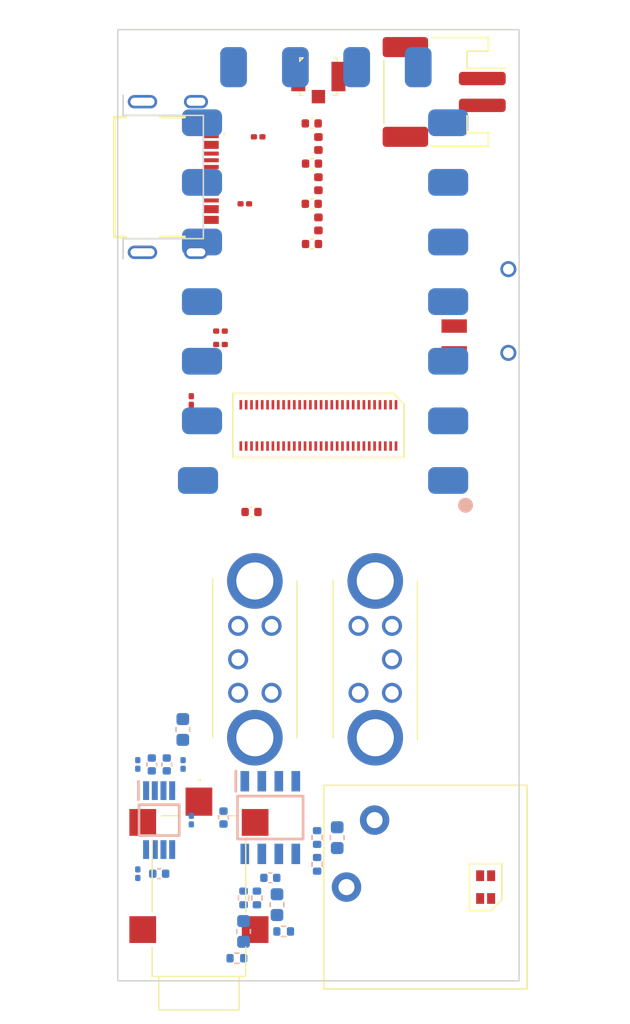
<source format=kicad_pcb>
(kicad_pcb (version 20221018) (generator pcbnew)
  (layers (0 "F.Cu" signal) (31 "B.Cu" signal) (34 "B.Paste" user) (35 "F.Paste" user) (36 "B.SilkS" user "B.Silkscreen") (37 "F.SilkS" user "F.Silkscreen") (38 "B.Mask" user) (39 "F.Mask" user) (44 "Edge.Cuts" user))
  (net 0 "")
  (net 1 "/AUDIO_IN")
  (net 2 "Net-(C402-Pad2)")
  (net 3 "GND")
  (net 4 "/AMP_BYPASS")
  (net 5 "/SPK_AMP_VIN+")
  (net 6 "+3V3")
  (net 7 "/MIC_AMP_+")
  (net 8 "/MIC")
  (net 9 "/MIC_AMP_-")
  (net 10 "/MIC_AMP_OUT")
  (net 11 "Net-(C403-Pad2)")
  (net 12 "/MIC_AMPED")
  (net 13 "/VSYS")
  (net 14 "/VHF_ANT_OUT")
  (net 15 "Net-(J400-ant)")
  (net 16 "Net-(C500-Pad2)")
  (net 17 "Net-(C603-Pad1)")
  (net 18 "/LED_DATA")
  (net 19 "/AMP_SHUTDOWN")
  (net 20 "/SPK_AMP_IN")
  (net 21 "/SPEAKER")
  (net 22 "/SPK_AMP_OUT_-")
  (net 26 "VBUS")
  (net 28 "/D+")
  (net 29 "/D-")
  (net 30 "Net-(J100-CC1)")
  (net 32 "Net-(J100-CC2)")
  (net 34 "/EXT_PTT")
  (net 35 "/EXT_MIC_DET")
  (net 36 "Net-(J102-Pin_1)")
  (net 39 "/VBAT")
  (net 40 "/TX_POWER")
  (net 41 "/POWERDOWN")
  (net 42 "/SQ")
  (net 43 "/L_A")
  (net 44 "/L_B")
  (net 45 "/L_PB")
  (net 46 "/R_A")
  (net 47 "/R_B")
  (net 48 "/R_PB")
  (net 50 "/PB_PTT")
  (net 54 "/PTT")
  (net 74 "/VHF_PTT")
  (net 76 "/VHF_RX")
  (net 77 "/VHF_TX")
  (footprint "Resistor_SMD:R_0201_0603Metric" (layer "F.Cu") (at 95.5 83.68 90)
    (fp_text reference "R400" hide)
    (fp_text value "5k1")
    (pad "1" smd roundrect (at -0.32 0 90) (size 0.46 0.4) (layers "F.Cu" "F.Mask") (net 41 "/POWERDOWN"))
    (pad "2" smd roundrect (at 0.32 0 90) (size 0.46 0.4) (layers "F.Cu" "F.Mask") (net 6 "+3V3"))
  )
  (footprint "Resistor_SMD:R_0201_0603Metric" (layer "F.Cu") (at 99.5 69)
    (fp_text reference "R101" hide)
    (fp_text value "5k1")
    (pad "1" smd roundrect (at -0.32 0) (size 0.46 0.4) (layers "F.Cu" "F.Mask") (net 32 "Net-(J100-CC2)"))
    (pad "2" smd roundrect (at 0.32 0) (size 0.46 0.4) (layers "F.Cu" "F.Mask") (net 3 "GND"))
  )
  (footprint "Component_lib:PSoM_ESP32S2_00" (layer "F.Cu") (at 105 85.55)
    (fp_text reference "J200" hide)
    (fp_text value "PSoM_ESP32S2_Carrier_Board")
    (fp_line (start -6.4 -2.4) (end 5.6 -2.4) (stroke (width 0.12)) (layer "F.SilkS"))
    (fp_line (start -6.4 2.38) (end -6.4 -2.4) (stroke (width 0.12)) (layer "F.SilkS"))
    (fp_line (start 5.6 -2.4) (end 6.4 -1.6) (stroke (width 0.12)) (layer "F.SilkS"))
    (fp_line (start 6.4 -1.6) (end 6.4 2.38) (stroke (width 0.12)) (layer "F.SilkS"))
    (fp_line (start 6.4 2.38) (end -6.4 2.38) (stroke (width 0.12)) (layer "F.SilkS"))
    (pad "1" smd rect (at 5.8 -1.55 180) (size 0.2 0.7) (layers "F.Cu" "F.Paste" "F.Mask") (net 3 "GND"))
    (pad "2" smd rect (at 5.8 1.53 180) (size 0.2 0.7) (layers "F.Cu" "F.Paste" "F.Mask") (net 3 "GND"))
    (pad "3" smd rect (at 5.4 -1.55 180) (size 0.2 0.7) (layers "F.Cu" "F.Paste" "F.Mask"))
    (pad "4" smd rect (at 5.4 1.53 180) (size 0.2 0.7) (layers "F.Cu" "F.Paste" "F.Mask"))
    (pad "5" smd rect (at 5 -1.55 180) (size 0.2 0.7) (layers "F.Cu" "F.Paste" "F.Mask"))
    (pad "6" smd rect (at 5 1.53 180) (size 0.2 0.7) (layers "F.Cu" "F.Paste" "F.Mask") (net 39 "/VBAT"))
    (pad "7" smd rect (at 4.6 -1.55 180) (size 0.2 0.7) (layers "F.Cu" "F.Paste" "F.Mask") (net 18 "/LED_DATA"))
    (pad "8" smd rect (at 4.6 1.53 180) (size 0.2 0.7) (layers "F.Cu" "F.Paste" "F.Mask") (net 39 "/VBAT"))
    (pad "9" smd rect (at 4.2 -1.55 180) (size 0.2 0.7) (layers "F.Cu" "F.Paste" "F.Mask") (net 40 "/TX_POWER"))
    (pad "10" smd rect (at 4.2 1.53 180) (size 0.2 0.7) (layers "F.Cu" "F.Paste" "F.Mask") (net 26 "VBUS"))
    (pad "11" smd rect (at 3.8 -1.55 180) (size 0.2 0.7) (layers "F.Cu" "F.Paste" "F.Mask") (net 41 "/POWERDOWN"))
    (pad "12" smd rect (at 3.8 1.53 180) (size 0.2 0.7) (layers "F.Cu" "F.Paste" "F.Mask") (net 26 "VBUS"))
    (pad "13" smd rect (at 3.4 -1.55 180) (size 0.2 0.7) (layers "F.Cu" "F.Paste" "F.Mask") (net 42 "/SQ"))
    (pad "14" smd rect (at 3.4 1.53 180) (size 0.2 0.7) (layers "F.Cu" "F.Paste" "F.Mask") (net 13 "/VSYS"))
    (pad "15" smd rect (at 3 -1.55 180) (size 0.2 0.7) (layers "F.Cu" "F.Paste" "F.Mask") (net 43 "/L_A"))
    (pad "16" smd rect (at 3 1.53 180) (size 0.2 0.7) (layers "F.Cu" "F.Paste" "F.Mask") (net 13 "/VSYS"))
    (pad "17" smd rect (at 2.6 -1.55 180) (size 0.2 0.7) (layers "F.Cu" "F.Paste" "F.Mask") (net 44 "/L_B"))
    (pad "18" smd rect (at 2.6 1.53 180) (size 0.2 0.7) (layers "F.Cu" "F.Paste" "F.Mask") (net 6 "+3V3"))
    (pad "19" smd rect (at 2.2 -1.55 180) (size 0.2 0.7) (layers "F.Cu" "F.Paste" "F.Mask") (net 45 "/L_PB"))
    (pad "20" smd rect (at 2.2 1.53 180) (size 0.2 0.7) (layers "F.Cu" "F.Paste" "F.Mask") (net 6 "+3V3"))
    (pad "21" smd rect (at 1.8 -1.55 180) (size 0.2 0.7) (layers "F.Cu" "F.Paste" "F.Mask") (net 46 "/R_A"))
    (pad "22" smd rect (at 1.8 1.53 180) (size 0.2 0.7) (layers "F.Cu" "F.Paste" "F.Mask") (net 3 "GND"))
    (pad "23" smd rect (at 1.4 -1.55 180) (size 0.2 0.7) (layers "F.Cu" "F.Paste" "F.Mask") (net 47 "/R_B"))
    (pad "24" smd rect (at 1.4 1.53 180) (size 0.2 0.7) (layers "F.Cu" "F.Paste" "F.Mask") (net 3 "GND"))
    (pad "25" smd rect (at 1 -1.55 180) (size 0.2 0.7) (layers "F.Cu" "F.Paste" "F.Mask") (net 48 "/R_PB"))
    (pad "26" smd rect (at 1 1.53 180) (size 0.2 0.7) (layers "F.Cu" "F.Paste" "F.Mask"))
    (pad "27" smd rect (at 0.6 -1.55 180) (size 0.2 0.7) (layers "F.Cu" "F.Paste" "F.Mask") (net 50 "/PB_PTT"))
    (pad "28" smd rect (at 0.6 1.53 180) (size 0.2 0.7) (layers "F.Cu" "F.Paste" "F.Mask"))
    (pad "29" smd rect (at 0.2 -1.55 180) (size 0.2 0.7) (layers "F.Cu" "F.Paste" "F.Mask") (net 35 "/EXT_MIC_DET"))
    (pad "30" smd rect (at 0.2 1.53 180) (size 0.2 0.7) (layers "F.Cu" "F.Paste" "F.Mask"))
    (pad "31" smd rect (at -0.2 -1.55 180) (size 0.2 0.7) (layers "F.Cu" "F.Paste" "F.Mask") (net 34 "/EXT_PTT"))
    (pad "32" smd rect (at -0.2 1.53 180) (size 0.2 0.7) (layers "F.Cu" "F.Paste" "F.Mask"))
    (pad "33" smd rect (at -0.6 -1.55 180) (size 0.2 0.7) (layers "F.Cu" "F.Paste" "F.Mask") (net 54 "/PTT"))
    (pad "34" smd rect (at -0.6 1.53 180) (size 0.2 0.7) (layers "F.Cu" "F.Paste" "F.Mask"))
    (pad "35" smd rect (at -1 -1.55 180) (size 0.2 0.7) (layers "F.Cu" "F.Paste" "F.Mask") (net 8 "/MIC"))
    (pad "36" smd rect (at -1 1.53 180) (size 0.2 0.7) (layers "F.Cu" "F.Paste" "F.Mask"))
    (pad "37" smd rect (at -1.4 -1.55 180) (size 0.2 0.7) (layers "F.Cu" "F.Paste" "F.Mask") (net 1 "/AUDIO_IN"))
    (pad "38" smd rect (at -1.4 1.53 180) (size 0.2 0.7) (layers "F.Cu" "F.Paste" "F.Mask"))
    (pad "39" smd rect (at -1.8 -1.55 180) (size 0.2 0.7) (layers "F.Cu" "F.Paste" "F.Mask"))
    (pad "40" smd rect (at -1.8 1.53 180) (size 0.2 0.7) (layers "F.Cu" "F.Paste" "F.Mask"))
    (pad "41" smd rect (at -2.2 -1.55 180) (size 0.2 0.7) (layers "F.Cu" "F.Paste" "F.Mask") (net 3 "GND"))
    (pad "42" smd rect (at -2.2 1.53 180) (size 0.2 0.7) (layers "F.Cu" "F.Paste" "F.Mask"))
    (pad "43" smd rect (at -2.6 -1.55 180) (size 0.2 0.7) (layers "F.Cu" "F.Paste" "F.Mask"))
    (pad "44" smd rect (at -2.6 1.53 180) (size 0.2 0.7) (layers "F.Cu" "F.Paste" "F.Mask"))
    (pad "45" smd rect (at -3 -1.55 180) (size 0.2 0.7) (layers "F.Cu" "F.Paste" "F.Mask"))
    (pad "46" smd rect (at -3 1.53 180) (size 0.2 0.7) (layers "F.Cu" "F.Paste" "F.Mask"))
    (pad "47" smd rect (at -3.4 -1.55 180) (size 0.2 0.7) (layers "F.Cu" "F.Paste" "F.Mask"))
    (pad "48" smd rect (at -3.4 1.53 180) (size 0.2 0.7) (layers "F.Cu" "F.Paste" "F.Mask"))
    (pad "49" smd rect (at -3.8 -1.55 180) (size 0.2 0.7) (layers "F.Cu" "F.Paste" "F.Mask"))
    (pad "50" smd rect (at -3.8 1.53 180) (size 0.2 0.7) (layers "F.Cu" "F.Paste" "F.Mask"))
    (pad "51" smd rect (at -4.2 -1.55 180) (size 0.2 0.7) (layers "F.Cu" "F.Paste" "F.Mask"))
    (pad "52" smd rect (at -4.2 1.53 180) (size 0.2 0.7) (layers "F.Cu" "F.Paste" "F.Mask"))
    (pad "53" smd rect (at -4.6 -1.55 180) (size 0.2 0.7) (layers "F.Cu" "F.Paste" "F.Mask"))
    (pad "54" smd rect (at -4.6 1.53 180) (size 0.2 0.7) (layers "F.Cu" "F.Paste" "F.Mask") (net 3 "GND"))
    (pad "55" smd rect (at -5 -1.55 180) (size 0.2 0.7) (layers "F.Cu" "F.Paste" "F.Mask"))
    (pad "56" smd rect (at -5 1.53 180) (size 0.2 0.7) (layers "F.Cu" "F.Paste" "F.Mask") (net 28 "/D+"))
    (pad "57" smd rect (at -5.4 -1.55 180) (size 0.2 0.7) (layers "F.Cu" "F.Paste" "F.Mask"))
    (pad "58" smd rect (at -5.4 1.53 180) (size 0.2 0.7) (layers "F.Cu" "F.Paste" "F.Mask") (net 29 "/D-"))
    (pad "59" smd rect (at -5.8 -1.55 180) (size 0.2 0.7) (layers "F.Cu" "F.Paste" "F.Mask") (net 3 "GND"))
    (pad "60" smd rect (at -5.8 1.53 180) (size 0.2 0.7) (layers "F.Cu" "F.Paste" "F.Mask") (net 3 "GND"))
  )
  (footprint "Capacitor_SMD:C_0402_1005Metric" (layer "F.Cu") (at 100 92 180)
    (fp_text reference "C400" hide)
    (fp_text value "100n")
    (fp_line (start -0.107836 -0.36) (end 0.107836 -0.36) (stroke (width 0.12)) (layer "F.SilkS"))
    (fp_line (start -0.107836 0.36) (end 0.107836 0.36) (stroke (width 0.12)) (layer "F.SilkS"))
    (pad "1" smd roundrect (at -0.48 0 180) (size 0.56 0.62) (layers "F.Cu" "F.Paste" "F.Mask") (net 3 "GND"))
    (pad "2" smd roundrect (at 0.48 0 180) (size 0.56 0.62) (layers "F.Cu" "F.Paste" "F.Mask") (net 13 "/VSYS"))
  )
  (footprint "Capacitor_SMD:C_0402_1005Metric" (layer "F.Cu") (at 104.52 66.000001)
    (fp_text reference "C403" hide)
    (fp_text value "36p")
    (fp_line (start -0.107836 -0.36) (end 0.107836 -0.36) (stroke (width 0.12)) (layer "F.SilkS"))
    (fp_line (start -0.107836 0.36) (end 0.107836 0.36) (stroke (width 0.12)) (layer "F.SilkS"))
    (pad "1" smd roundrect (at -0.48 0) (size 0.56 0.62) (layers "F.Cu" "F.Paste" "F.Mask") (net 3 "GND"))
    (pad "2" smd roundrect (at 0.48 0) (size 0.56 0.62) (layers "F.Cu" "F.Paste" "F.Mask") (net 11 "Net-(C403-Pad2)"))
  )
  (footprint "Component_lib:ACZ11BR1E15FA120C" (layer "F.Cu") (at 99 100.5 -90)
    (fp_text reference "SW301" hide)
    (fp_text value "ACZ11BR1E-15FA1-20C" hide)
    (fp_line (start -3.5 1.9) (end 8.35 1.9) (stroke (width 0.1)) (layer "F.SilkS"))
    (fp_line (start 8.35 -4.4) (end -3.35 -4.4) (stroke (width 0.1)) (layer "F.SilkS"))
    (pad "A1" thru_hole circle (at 0 0 270) (size 1.5 1.5) (drill 1) (layers "*.Cu" "*.Mask"))
    (pad "B1" thru_hole circle (at 5 0 270) (size 1.5 1.5) (drill 1) (layers "*.Cu" "*.Mask"))
    (pad "C1" thru_hole circle (at 2.5 0 270) (size 1.5 1.5) (drill 1) (layers "*.Cu" "*.Mask"))
    (pad "MH1" thru_hole circle (at -3.35 -1.25 270) (size 4.155 4.155) (drill 2.77) (layers "*.Cu" "*.Mask"))
    (pad "MH2" thru_hole circle (at 8.35 -1.25 270) (size 4.155 4.155) (drill 2.77) (layers "*.Cu" "*.Mask"))
    (pad "S1" thru_hole circle (at 0 -2.5 270) (size 1.5 1.5) (drill 1) (layers "*.Cu" "*.Mask") (net 48 "/R_PB"))
    (pad "S2" thru_hole circle (at 5 -2.5 270) (size 1.5 1.5) (drill 1) (layers "*.Cu" "*.Mask") (net 3 "GND"))
  )
  (footprint "Component_lib:USB4510031A" (layer "F.Cu") (at 93 67 -90)
    (fp_text reference "J100" hide)
    (fp_text value "USB4510-03-1-A" hide)
    (fp_line (start -4.47 -2) (end -4.47 -0.2) (stroke (width 0.2)) (layer "F.SilkS"))
    (fp_line (start -4.47 3.25) (end -4.47 2.4) (stroke (width 0.2)) (layer "F.SilkS"))
    (fp_line (start -3.2 -5) (end -3.2 -5) (stroke (width 0.1)) (layer "F.SilkS"))
    (fp_line (start -3.2 -4.9) (end -3.2 -4.9) (stroke (width 0.1)) (layer "F.SilkS"))
    (fp_line (start 4.47 -2) (end 4.47 -0.2) (stroke (width 0.2)) (layer "F.SilkS"))
    (fp_line (start 4.47 2.4) (end 4.47 3.25) (stroke (width 0.2)) (layer "F.SilkS"))
    (fp_line (start 4.47 3.25) (end -4.47 3.25) (stroke (width 0.2)) (layer "F.SilkS"))
    (fp_arc (start -3.2 -5) (mid -3.15 -4.95) (end -3.2 -4.9) (stroke (width 0.1)) (layer "F.SilkS"))
    (fp_arc (start -3.2 -4.9) (mid -3.25 -4.95) (end -3.2 -5) (stroke (width 0.1)) (layer "F.SilkS"))
    (fp_line (start -4.6 -3.4) (end 4.6 -3.4) (stroke (width 0.12)) (layer "Edge.Cuts"))
    (fp_line (start -4.6 2.6) (end -6.1 2.6) (stroke (width 0.12)) (layer "Edge.Cuts"))
    (fp_line (start -4.6 2.6) (end -4.6 -3.4) (stroke (width 0.12)) (layer "Edge.Cuts"))
    (fp_line (start 4.6 -3.4) (end 4.6 2.6) (stroke (width 0.12)) (layer "Edge.Cuts"))
    (fp_line (start 4.6 2.6) (end 6.1 2.6) (stroke (width 0.12)) (layer "Edge.Cuts"))
    (pad "A1" smd rect (at -3.2 -4 270) (size 0.6 1.1) (layers "F.Cu" "F.Paste" "F.Mask") (net 3 "GND"))
    (pad "A4" smd rect (at -2.4 -4 270) (size 0.6 1.1) (layers "F.Cu" "F.Paste" "F.Mask") (net 26 "VBUS"))
    (pad "A5" smd rect (at -1.25 -4 270) (size 0.3 1.1) (layers "F.Cu" "F.Paste" "F.Mask") (net 30 "Net-(J100-CC1)"))
    (pad "A6" smd rect (at -0.25 -4 270) (size 0.3 1.1) (layers "F.Cu" "F.Paste" "F.Mask") (net 28 "/D+"))
    (pad "A7" smd rect (at 0.25 -4 270) (size 0.3 1.1) (layers "F.Cu" "F.Paste" "F.Mask") (net 29 "/D-"))
    (pad "A8" smd rect (at 1.25 -4 270) (size 0.3 1.1) (layers "F.Cu" "F.Paste" "F.Mask"))
    (pad "A9" smd rect (at 2.4 -4 270) (size 0.6 1.1) (layers "F.Cu" "F.Paste" "F.Mask") (net 26 "VBUS"))
    (pad "A12" smd rect (at 3.2 -4 270) (size 0.6 1.1) (layers "F.Cu" "F.Paste" "F.Mask") (net 3 "GND"))
    (pad "B5" smd rect (at 1.75 -4 270) (size 0.3 1.1) (layers "F.Cu" "F.Paste" "F.Mask") (net 32 "Net-(J100-CC2)"))
    (pad "B6" smd rect (at 0.75 -4 270) (size 0.3 1.1) (layers "F.Cu" "F.Paste" "F.Mask") (net 28 "/D+"))
    (pad "B7" smd rect (at -0.75 -4 270) (size 0.3 1.1) (layers "F.Cu" "F.Paste" "F.Mask") (net 29 "/D-"))
    (pad "B8" smd rect (at -1.75 -4 270) (size 0.3 1.1) (layers "F.Cu" "F.Paste" "F.Mask"))
    (pad "MH1" thru_hole oval (at -5.62 -2.85 270) (size 1 1.8) (drill oval 0.6 1.4) (layers "*.Cu" "*.Mask") (net 3 "GND"))
    (pad "MH2" thru_hole oval (at -5.62 1.15 270) (size 1 2.2) (drill oval 0.6 1.8) (layers "*.Cu" "*.Mask") (net 3 "GND"))
    (pad "MH3" thru_hole oval (at 5.62 1.15 270) (size 1 2.2) (drill oval 0.6 1.8) (layers "*.Cu" "*.Mask") (net 3 "GND"))
    (pad "MH4" thru_hole oval (at 5.62 -2.85 270) (size 1 1.8) (drill oval 0.6 1.4) (layers "*.Cu" "*.Mask") (net 3 "GND"))
  )
  (footprint "Capacitor_SMD:C_0402_1005Metric" (layer "F.Cu") (at 104.5 69)
    (fp_text reference "C402" hide)
    (fp_text value "36p")
    (fp_line (start -0.107836 -0.36) (end 0.107836 -0.36) (stroke (width 0.12)) (layer "F.SilkS"))
    (fp_line (start -0.107836 0.36) (end 0.107836 0.36) (stroke (width 0.12)) (layer "F.SilkS"))
    (pad "1" smd roundrect (at -0.48 0) (size 0.56 0.62) (layers "F.Cu" "F.Paste" "F.Mask") (net 3 "GND"))
    (pad "2" smd roundrect (at 0.48 0) (size 0.56 0.62) (layers "F.Cu" "F.Paste" "F.Mask") (net 2 "Net-(C402-Pad2)"))
  )
  (footprint "Component_lib:u.fl" (layer "F.Cu") (at 105 59.5)
    (fp_text reference "J400" hide)
    (fp_text value "U.FL-R-SMT-1_40_")
    (fp_line (start -1.397 -1.397) (end -1.397 -1.143) (stroke (width 0.1)) (layer "F.SilkS"))
    (fp_line (start -1.397 -1.143) (end -1.143 -1.397) (stroke (width 0.1)) (layer "F.SilkS"))
    (fp_line (start -1.397 1.143) (end -1.397 1.397) (stroke (width 0.1)) (layer "F.SilkS"))
    (fp_line (start -1.397 1.397) (end -1.143 1.397) (stroke (width 0.1)) (layer "F.SilkS"))
    (fp_line (start -1.143 -1.397) (end -1.397 -1.397) (stroke (width 0.1)) (layer "F.SilkS"))
    (fp_line (start 1.143 -1.397) (end 1.397 -1.397) (stroke (width 0.1)) (layer "F.SilkS"))
    (fp_line (start 1.397 -1.397) (end 1.397 -1.143) (stroke (width 0.1)) (layer "F.SilkS"))
    (fp_line (start 1.397 1.143) (end 1.397 1.397) (stroke (width 0.1)) (layer "F.SilkS"))
    (fp_line (start 1.397 1.397) (end 1.143 1.397) (stroke (width 0.1)) (layer "F.SilkS"))
    (pad "1" smd rect (at 0 1.5) (size 1 1) (layers "F.Cu" "F.Paste" "F.Mask") (net 15 "Net-(J400-ant)"))
    (pad "2" smd rect (at -1.5 0) (size 1.05 2.2) (layers "F.Cu" "F.Paste" "F.Mask") (net 3 "GND"))
    (pad "2" smd rect (at 1.5 0) (size 1.05 2.2) (layers "F.Cu" "F.Paste" "F.Mask") (net 3 "GND"))
  )
  (footprint "Resistor_SMD:R_0201_0603Metric" (layer "F.Cu") (at 97.68 79.5)
    (fp_text reference "R402" hide)
    (fp_text value "0")
    (pad "1" smd roundrect (at -0.32 0) (size 0.46 0.4) (layers "F.Cu" "F.Mask") (net 74 "/VHF_PTT"))
    (pad "2" smd roundrect (at 0.32 0) (size 0.46 0.4) (layers "F.Cu" "F.Mask") (net 34 "/EXT_PTT"))
  )
  (footprint "Component_lib:JST_PH_S2B-PH-SM4-TB_1x02-1MP_P2.00mm_Horizontal" (layer "F.Cu") (at 114.4 60.65 -90)
    (fp_text reference "J102" hide)
    (fp_text value "S2B-PH-SM4-TB")
    (fp_line (start -4.06 -3.31) (end -3.04 -3.31) (stroke (width 0.12)) (layer "F.SilkS"))
    (fp_line (start -4.06 0.94) (end -4.06 -3.31) (stroke (width 0.12)) (layer "F.SilkS"))
    (fp_line (start -3.04 -3.31) (end -3.04 -1.71) (stroke (width 0.12)) (layer "F.SilkS"))
    (fp_line (start -3.04 -1.71) (end -1.76 -1.71) (stroke (width 0.12)) (layer "F.SilkS"))
    (fp_line (start -2.34 4.51) (end 2.34 4.51) (stroke (width 0.12)) (layer "F.SilkS"))
    (fp_line (start -1.76 -1.71) (end -1.76 -4.6) (stroke (width 0.12)) (layer "F.SilkS"))
    (fp_line (start 3.04 -3.31) (end 3.04 -1.71) (stroke (width 0.12)) (layer "F.SilkS"))
    (fp_line (start 3.04 -1.71) (end 1.76 -1.71) (stroke (width 0.12)) (layer "F.SilkS"))
    (fp_line (start 4.06 -3.31) (end 3.04 -3.31) (stroke (width 0.12)) (layer "F.SilkS"))
    (fp_line (start 4.06 0.94) (end 4.06 -3.31) (stroke (width 0.12)) (layer "F.SilkS"))
    (pad "1" smd roundrect (at -1 -2.85 270) (size 1 3.5) (layers "F.Cu" "F.Paste" "F.Mask") (net 36 "Net-(J102-Pin_1)"))
    (pad "2" smd roundrect (at 1 -2.85 270) (size 1 3.5) (layers "F.Cu" "F.Paste" "F.Mask") (net 3 "GND"))
    (pad "MP" smd roundrect (at -3.35 2.9 270) (size 1.5 3.4) (layers "F.Cu" "F.Paste" "F.Mask") (roundrect_rratio 0.166667) (net 3 "GND"))
    (pad "MP" smd roundrect (at 3.35 2.9 270) (size 1.5 3.4) (layers "F.Cu" "F.Paste" "F.Mask") (roundrect_rratio 0.166667) (net 3 "GND"))
  )
  (footprint "Resistor_SMD:R_0201_0603Metric" (layer "F.Cu") (at 100.5 64)
    (fp_text reference "R100" hide)
    (fp_text value "5k1")
    (pad "1" smd roundrect (at -0.32 0) (size 0.46 0.4) (layers "F.Cu" "F.Mask") (net 30 "Net-(J100-CC1)"))
    (pad "2" smd roundrect (at 0.32 0) (size 0.46 0.4) (layers "F.Cu" "F.Mask") (net 3 "GND"))
  )
  (footprint "Component_lib:450405020524" (layer "F.Cu") (at 116.1 80.125 90)
    (fp_text reference "SW100" hide)
    (fp_text value "450405020524")
    (pad "1" smd rect (at 0 -0.95 90) (size 1 1.9) (layers "F.Cu" "F.Paste" "F.Mask") (net 39 "/VBAT"))
    (pad "2" smd rect (at 2 -0.95 90) (size 1 1.9) (layers "F.Cu" "F.Paste" "F.Mask"))
    (pad "3" smd rect (at 4 -0.95 90) (size 1 1.9) (layers "F.Cu" "F.Paste" "F.Mask") (net 36 "Net-(J102-Pin_1)"))
    (pad "MH" thru_hole circle (at 0 3.1 90) (size 1.2 1.2) (drill 0.8) (layers "*.Cu" "*.Mask"))
    (pad "MH" thru_hole circle (at 6.25 3.1 90) (size 1.2 1.2) (drill 0.8) (layers "*.Cu" "*.Mask"))
  )
  (footprint "Component_lib:ACZ11BR1E15FA120C" (layer "F.Cu") (at 110.5 105.5 90)
    (fp_text reference "SW300" hide)
    (fp_text value "ACZ11BR1E-15FA1-20C" hide)
    (fp_line (start -3.5 1.9) (end 8.35 1.9) (stroke (width 0.1)) (layer "F.SilkS"))
    (fp_line (start 8.35 -4.4) (end -3.35 -4.4) (stroke (width 0.1)) (layer "F.SilkS"))
    (pad "A1" thru_hole circle (at 0 0 90) (size 1.5 1.5) (drill 1) (layers "*.Cu" "*.Mask"))
    (pad "B1" thru_hole circle (at 5 0 90) (size 1.5 1.5) (drill 1) (layers "*.Cu" "*.Mask"))
    (pad "C1" thru_hole circle (at 2.5 0 90) (size 1.5 1.5) (drill 1) (layers "*.Cu" "*.Mask"))
    (pad "MH1" thru_hole circle (at -3.35 -1.25 90) (size 4.155 4.155) (drill 2.77) (layers "*.Cu" "*.Mask"))
    (pad "MH2" thru_hole circle (at 8.35 -1.25 90) (size 4.155 4.155) (drill 2.77) (layers "*.Cu" "*.Mask"))
    (pad "S1" thru_hole circle (at 0 -2.5 90) (size 1.5 1.5) (drill 1) (layers "*.Cu" "*.Mask") (net 45 "/L_PB"))
    (pad "S2" thru_hole circle (at 5 -2.5 90) (size 1.5 1.5) (drill 1) (layers "*.Cu" "*.Mask") (net 3 "GND"))
  )
  (footprint "Inductor_SMD:L_0402_1005Metric" (layer "F.Cu") (at 105 64.5 90)
    (fp_text reference "L402" hide)
    (fp_text value "56n")
    (pad "1" smd roundrect (at -0.485 0 90) (size 0.59 0.64) (layers "F.Cu" "F.Paste" "F.Mask") (net 11 "Net-(C403-Pad2)"))
    (pad "2" smd roundrect (at 0.485 0 90) (size 0.59 0.64) (layers "F.Cu" "F.Paste" "F.Mask") (net 15 "Net-(J400-ant)"))
  )
  (footprint "Resistor_SMD:R_0201_0603Metric" (layer "F.Cu") (at 97.68 78.5)
    (fp_text reference "R401" hide)
    (fp_text value "0")
    (pad "1" smd roundrect (at -0.32 0) (size 0.46 0.4) (layers "F.Cu" "F.Mask") (net 74 "/VHF_PTT"))
    (pad "2" smd roundrect (at 0.32 0) (size 0.46 0.4) (layers "F.Cu" "F.Mask") (net 50 "/PB_PTT"))
  )
  (footprint "Inductor_SMD:L_0402_1005Metric" (layer "F.Cu") (at 105 67.5 90)
    (fp_text reference "L401" hide)
    (fp_text value "68n")
    (pad "1" smd roundrect (at -0.485 0 90) (size 0.59 0.64) (layers "F.Cu" "F.Paste" "F.Mask") (net 2 "Net-(C402-Pad2)"))
    (pad "2" smd roundrect (at 0.485 0 90) (size 0.59 0.64) (layers "F.Cu" "F.Paste" "F.Mask") (net 11 "Net-(C403-Pad2)"))
  )
  (footprint "Component_lib:SJ23514ASMTTR" (layer "F.Cu") (at 96.07 121.3975 90)
    (fp_text reference "J101" hide)
    (fp_text value "SJ2-3514A-SMT-TR" hide)
    (fp_line (start -7.775 -3) (end -7.775 3) (stroke (width 0.1)) (layer "F.SilkS"))
    (fp_line (start -7.775 3) (end -5.275 3) (stroke (width 0.1)) (layer "F.SilkS"))
    (fp_line (start -5.275 -3.5) (end -5.275 3.5) (stroke (width 0.1)) (layer "F.SilkS"))
    (fp_line (start -5.275 -3) (end -7.775 -3) (stroke (width 0.1)) (layer "F.SilkS"))
    (fp_line (start -5.275 3.5) (end -3.075 3.5) (stroke (width 0.1)) (layer "F.SilkS"))
    (fp_line (start -3.075 -3.5) (end -5.275 -3.5) (stroke (width 0.1)) (layer "F.SilkS"))
    (fp_line (start -0.475 -3.5) (end 4.925 -3.5) (stroke (width 0.1)) (layer "F.SilkS"))
    (fp_line (start -0.475 3.5) (end 4.925 3.5) (stroke (width 0.1)) (layer "F.SilkS"))
    (fp_line (start 6.725 -2.8) (end 6.725 -1.4) (stroke (width 0.1)) (layer "F.SilkS"))
    (fp_line (start 6.725 1.4) (end 6.725 2.8) (stroke (width 0.1)) (layer "F.SilkS"))
    (fp_line (start 9.4 0) (end 9.4 0) (stroke (width 0.1)) (layer "F.SilkS"))
    (fp_line (start 9.4 0.1) (end 9.4 0.1) (stroke (width 0.1)) (layer "F.SilkS"))
    (fp_arc (start 9.4 0) (mid 9.45 0.05) (end 9.4 0.1) (stroke (width 0.1)) (layer "F.SilkS"))
    (fp_arc (start 9.4 0.1) (mid 9.35 0.05) (end 9.4 0) (stroke (width 0.1)) (layer "F.SilkS"))
    (pad "" np_thru_hole circle (at -3.275 0 90) (size 1.2 1.2) (drill 1.2) (layers "*.Cu" "*.Mask"))
    (pad "" np_thru_hole circle (at 3.725 0 90) (size 1.2 1.2) (drill 1.2) (layers "*.Cu" "*.Mask"))
    (pad "1" smd rect (at 7.775 0 180) (size 2 2.1) (layers "F.Cu" "F.Paste" "F.Mask") (net 3 "GND"))
    (pad "3" smd rect (at 6.225 4.2 180) (size 2 2) (layers "F.Cu" "F.Paste" "F.Mask") (net 8 "/MIC"))
    (pad "4" smd rect (at 6.225 -4.2 180) (size 2 2) (layers "F.Cu" "F.Paste" "F.Mask") (net 21 "/SPEAKER"))
    (pad "A2" smd rect (at -1.775 -4.2 180) (size 2 2) (layers "F.Cu" "F.Paste" "F.Mask") (net 34 "/EXT_PTT"))
    (pad "B2" smd rect (at -1.775 4.2 180) (size 2 2) (layers "F.Cu" "F.Paste" "F.Mask") (net 35 "/EXT_MIC_DET"))
  )
  (footprint "Component_lib:SW_Kailh_Choc_V1" (layer "F.Cu") (at 113 120 90)
    (fp_text reference "SW302" hide)
    (fp_text value "SW_Push")
    (fp_line (start -7.6 -7.6) (end -7.6 7.6) (stroke (width 0.12)) (layer "F.SilkS"))
    (fp_line (start -7.6 7.6) (end 7.6 7.6) (stroke (width 0.12)) (layer "F.SilkS"))
    (fp_line (start 7.6 -7.6) (end -7.6 -7.6) (stroke (width 0.12)) (layer "F.SilkS"))
    (fp_line (start 7.6 7.6) (end 7.6 -7.6) (stroke (width 0.12)) (layer "F.SilkS"))
    (pad "" np_thru_hole circle (at -5.5 0 90) (size 1.9 1.9) (drill 1.9) (layers "*.Cu" "*.Mask"))
    (pad "" np_thru_hole circle (at 0 0 90) (size 3.45 3.45) (drill 3.45) (layers "*.Cu" "*.Mask"))
    (pad "" np_thru_hole circle (at 5.5 0 90) (size 1.9 1.9) (drill 1.9) (layers "*.Cu" "*.Mask"))
    (pad "1" thru_hole circle (at 0 -5.9 90) (size 2.2 2.2) (drill 1.2) (layers "*.Cu" "*.Mask") (net 3 "GND"))
    (pad "2" thru_hole circle (at 5 -3.8 90) (size 2.2 2.2) (drill 1.2) (layers "*.Cu" "*.Mask") (net 50 "/PB_PTT"))
  )
  (footprint "Capacitor_SMD:C_0402_1005Metric" (layer "F.Cu") (at 104.5 63)
    (fp_text reference "C404" hide)
    (fp_text value "20p")
    (fp_line (start -0.107836 -0.36) (end 0.107836 -0.36) (stroke (width 0.12)) (layer "F.SilkS"))
    (fp_line (start -0.107836 0.36) (end 0.107836 0.36) (stroke (width 0.12)) (layer "F.SilkS"))
    (pad "1" smd roundrect (at -0.48 0) (size 0.56 0.62) (layers "F.Cu" "F.Paste" "F.Mask") (net 3 "GND"))
    (pad "2" smd roundrect (at 0.48 0) (size 0.56 0.62) (layers "F.Cu" "F.Paste" "F.Mask") (net 15 "Net-(J400-ant)"))
  )
  (footprint "Capacitor_SMD:C_0402_1005Metric" (layer "F.Cu") (at 104.52 72)
    (fp_text reference "C401" hide)
    (fp_text value "20p")
    (fp_line (start -0.107836 -0.36) (end 0.107836 -0.36) (stroke (width 0.12)) (layer "F.SilkS"))
    (fp_line (start -0.107836 0.36) (end 0.107836 0.36) (stroke (width 0.12)) (layer "F.SilkS"))
    (pad "1" smd roundrect (at -0.48 0) (size 0.56 0.62) (layers "F.Cu" "F.Paste" "F.Mask") (net 3 "GND"))
    (pad "2" smd roundrect (at 0.48 0) (size 0.56 0.62) (layers "F.Cu" "F.Paste" "F.Mask") (net 14 "/VHF_ANT_OUT"))
  )
  (footprint "Component_lib:YF923_2020_WS2812_LED" (layer "F.Cu") (at 117.5 120 90)
    (fp_text reference "D300" hide)
    (fp_text value "YF923_2020_WS2812_LED")
    (fp_line (start -1.75 -1.21) (end 1.75 -1.21) (stroke (width 0.12)) (layer "F.SilkS"))
    (fp_line (start -1.75 0.41) (end -1.75 -1.21) (stroke (width 0.12)) (layer "F.SilkS"))
    (fp_line (start -0.95 1.21) (end -1.75 0.41) (stroke (width 0.12)) (layer "F.SilkS"))
    (fp_line (start 1.75 -1.21) (end 1.75 1.21) (stroke (width 0.12)) (layer "F.SilkS"))
    (fp_line (start 1.75 1.21) (end -0.95 1.21) (stroke (width 0.12)) (layer "F.SilkS"))
    (pad "1" smd rect (at -0.85 0.41 90) (size 0.8 0.6) (layers "F.Cu" "F.Paste" "F.Mask") (net 3 "GND"))
    (pad "2" smd rect (at 0.85 -0.41 90) (size 0.8 0.6) (layers "F.Cu" "F.Paste" "F.Mask") (net 13 "/VSYS"))
    (pad "3" smd rect (at 0.85 0.41 90) (size 0.8 0.6) (layers "F.Cu" "F.Paste" "F.Mask") (net 18 "/LED_DATA"))
    (pad "4" smd rect (at -0.85 -0.41 90) (size 0.8 0.6) (layers "F.Cu" "F.Paste" "F.Mask"))
  )
  (footprint "Inductor_SMD:L_0402_1005Metric" (layer "F.Cu") (at 105 70.5 90)
    (fp_text reference "L400" hide)
    (fp_text value "56n")
    (pad "1" smd roundrect (at -0.485 0 90) (size 0.59 0.64) (layers "F.Cu" "F.Paste" "F.Mask") (net 14 "/VHF_ANT_OUT"))
    (pad "2" smd roundrect (at 0.485 0 90) (size 0.59 0.64) (layers "F.Cu" "F.Paste" "F.Mask") (net 2 "Net-(C402-Pad2)"))
  )
  (footprint "Capacitor_SMD:C_0402_1005Metric" (layer "B.Cu") (at 93.664998 110.845 90)
    (fp_text reference "C501" hide)
    (fp_text value "10p")
    (fp_line (start -0.107836 -0.36) (end 0.107836 -0.36) (stroke (width 0.12)) (layer "B.SilkS"))
    (fp_line (start -0.107836 0.36) (end 0.107836 0.36) (stroke (width 0.12)) (layer "B.SilkS"))
    (pad "1" smd roundrect (at -0.48 0 90) (size 0.56 0.62) (layers "B.Cu" "B.Paste" "B.Mask") (net 5 "/SPK_AMP_VIN+"))
    (pad "2" smd roundrect (at 0.48 0 90) (size 0.56 0.62) (layers "B.Cu" "B.Paste" "B.Mask") (net 3 "GND"))
  )
  (footprint "Resistor_SMD:R_0402_1005Metric" (layer "B.Cu") (at 99.405 120.810048 90)
    (fp_text reference "R603" hide)
    (fp_text value "10")
    (fp_line (start -0.153641 -0.38) (end 0.153641 -0.38) (stroke (width 0.12)) (layer "B.SilkS"))
    (fp_line (start -0.153641 0.38) (end 0.153641 0.38) (stroke (width 0.12)) (layer "B.SilkS"))
    (pad "1" smd roundrect (at -0.51 0 90) (size 0.54 0.64) (layers "B.Cu" "B.Paste" "B.Mask") (net 17 "Net-(C603-Pad1)"))
    (pad "2" smd roundrect (at 0.51 0 90) (size 0.54 0.64) (layers "B.Cu" "B.Paste" "B.Mask") (net 10 "/MIC_AMP_OUT"))
  )
  (footprint "Component_lib:RF818" (layer "B.Cu") (at 96 58.5 -90)
    (fp_text reference "U400" hide)
    (fp_text value "SA868S")
    (fp_circle (center 33 -20) (end 33.5 -20) (stroke (width 0.12)) (fill solid) (layer "B.SilkS"))
    (pad "1" smd roundrect (at 31.15 -18.7 270) (size 2 3) (layers "B.Cu" "B.Paste" "B.Mask") (net 42 "/SQ"))
    (pad "2" smd roundrect (at 26.7 -18.7 270) (size 2 3) (layers "B.Cu" "B.Paste" "B.Mask"))
    (pad "3" smd roundrect (at 22.25 -18.7 270) (size 2 3) (layers "B.Cu" "B.Paste" "B.Mask") (net 1 "/AUDIO_IN"))
    (pad "4" smd roundrect (at 17.8 -18.7 270) (size 2 3) (layers "B.Cu" "B.Paste" "B.Mask"))
    (pad "5" smd roundrect (at 13.35 -18.7 270) (size 2 3) (layers "B.Cu" "B.Paste" "B.Mask") (net 74 "/VHF_PTT"))
    (pad "6" smd roundrect (at 8.9 -18.7 270) (size 2 3) (layers "B.Cu" "B.Paste" "B.Mask") (net 41 "/POWERDOWN"))
    (pad "7" smd roundrect (at 4.45 -18.7 270) (size 2 3) (layers "B.Cu" "B.Paste" "B.Mask") (net 40 "/TX_POWER"))
    (pad "8" smd roundrect (at 0.3 -16.46 270) (size 3 2) (layers "B.Cu" "B.Paste" "B.Mask") (net 13 "/VSYS"))
    (pad "9" smd roundrect (at 0.3 -11.86 270) (size 3 2) (layers "B.Cu" "B.Paste" "B.Mask") (net 3 "GND"))
    (pad "10" smd roundrect (at 0.3 -7.28 270) (size 3 2) (layers "B.Cu" "B.Paste" "B.Mask") (net 3 "GND"))
    (pad "11" smd roundrect (at 0.3 -2.66 270) (size 3 2) (layers "B.Cu" "B.Paste" "B.Mask"))
    (pad "12" smd roundrect (at 4.45 -0.3 270) (size 2 3) (layers "B.Cu" "B.Paste" "B.Mask") (net 14 "/VHF_ANT_OUT"))
    (pad "13" smd roundrect (at 8.9 -0.3 270) (size 2 3) (layers "B.Cu" "B.Paste" "B.Mask"))
    (pad "14" smd roundrect (at 13.35 -0.3 270) (size 2 3) (layers "B.Cu" "B.Paste" "B.Mask"))
    (pad "15" smd roundrect (at 17.8 -0.3 270) (size 2 3) (layers "B.Cu" "B.Paste" "B.Mask"))
    (pad "16" smd roundrect (at 22.25 -0.3 270) (size 2 3) (layers "B.Cu" "B.Paste" "B.Mask") (net 76 "/VHF_RX"))
    (pad "17" smd roundrect (at 26.7 -0.3 270) (size 2 3) (layers "B.Cu" "B.Paste" "B.Mask") (net 77 "/VHF_TX"))
    (pad "18" smd roundrect (at 31.15 0 270) (size 2 3) (layers "B.Cu" "B.Paste" "B.Mask") (net 12 "/MIC_AMPED"))
  )
  (footprint "Component_lib:SOIC127P600X175-8N" (layer "B.Cu") (at 101.404999 114.810048 -90)
    (fp_text reference "IC600" hide)
    (fp_text value "LM358D" hide)
    (fp_line (start -3.475 2.58) (end -1.95 2.58) (stroke (width 0.2)) (layer "B.SilkS"))
    (fp_line (start -1.6 -2.45) (end -1.6 2.45) (stroke (width 0.2)) (layer "B.SilkS"))
    (fp_line (start -1.6 2.45) (end 1.6 2.45) (stroke (width 0.2)) (layer "B.SilkS"))
    (fp_line (start 1.6 -2.45) (end -1.6 -2.45) (stroke (width 0.2)) (layer "B.SilkS"))
    (fp_line (start 1.6 2.45) (end 1.6 -2.45) (stroke (width 0.2)) (layer "B.SilkS"))
    (pad "1" smd rect (at -2.712 1.905 180) (size 0.65 1.525) (layers "B.Cu" "B.Paste" "B.Mask"))
    (pad "2" smd rect (at -2.712 0.635 180) (size 0.65 1.525) (layers "B.Cu" "B.Paste" "B.Mask"))
    (pad "3" smd rect (at -2.712 -0.635 180) (size 0.65 1.525) (layers "B.Cu" "B.Paste" "B.Mask"))
    (pad "4" smd rect (at -2.712 -1.905 180) (size 0.65 1.525) (layers "B.Cu" "B.Paste" "B.Mask") (net 3 "GND"))
    (pad "5" smd rect (at 2.712 -1.905 180) (size 0.65 1.525) (layers "B.Cu" "B.Paste" "B.Mask") (net 7 "/MIC_AMP_+"))
    (pad "6" smd rect (at 2.712 -0.635 180) (size 0.65 1.525) (layers "B.Cu" "B.Paste" "B.Mask") (net 9 "/MIC_AMP_-"))
    (pad "7" smd rect (at 2.712 0.635 180) (size 0.65 1.525) (layers "B.Cu" "B.Paste" "B.Mask") (net 10 "/MIC_AMP_OUT"))
    (pad "8" smd rect (at 2.712 1.905 180) (size 0.65 1.525) (layers "B.Cu" "B.Paste" "B.Mask") (net 6 "+3V3"))
  )
  (footprint "Capacitor_SMD:C_0402_1005Metric" (layer "B.Cu") (at 97.905 114.810048 -90)
    (fp_text reference "C604" hide)
    (fp_text value "100n")
    (fp_line (start -0.107836 -0.36) (end 0.107836 -0.36) (stroke (width 0.12)) (layer "B.SilkS"))
    (fp_line (start -0.107836 0.36) (end 0.107836 0.36) (stroke (width 0.12)) (layer "B.SilkS"))
    (pad "1" smd roundrect (at -0.48 0 270) (size 0.56 0.62) (layers "B.Cu" "B.Paste" "B.Mask") (net 3 "GND"))
    (pad "2" smd roundrect (at 0.48 0 270) (size 0.56 0.62) (layers "B.Cu" "B.Paste" "B.Mask") (net 6 "+3V3"))
  )
  (footprint "Capacitor_SMD:C_0603_1608Metric" (layer "B.Cu") (at 101.905 121.310048 90)
    (fp_text reference "C601" hide)
    (fp_text value "4u7")
    (fp_line (start -0.14058 -0.51) (end 0.14058 -0.51) (stroke (width 0.12)) (layer "B.SilkS"))
    (fp_line (start -0.14058 0.51) (end 0.14058 0.51) (stroke (width 0.12)) (layer "B.SilkS"))
    (pad "1" smd roundrect (at -0.775 0 90) (size 0.9 0.95) (layers "B.Cu" "B.Paste" "B.Mask") (net 8 "/MIC"))
    (pad "2" smd roundrect (at 0.775 0 90) (size 0.9 0.95) (layers "B.Cu" "B.Paste" "B.Mask") (net 9 "/MIC_AMP_-"))
  )
  (footprint "Resistor_SMD:R_0201_0603Metric" (layer "B.Cu") (at 91.499998 119.000001 -90)
    (fp_text reference "R503" hide)
    (fp_text value "0")
    (pad "1" smd roundrect (at -0.32 0 270) (size 0.46 0.4) (layers "B.Cu" "B.Mask") (net 22 "/SPK_AMP_OUT_-"))
    (pad "2" smd roundrect (at 0.32 0 270) (size 0.46 0.4) (layers "B.Cu" "B.Mask") (net 3 "GND"))
  )
  (footprint "Resistor_SMD:R_0201_0603Metric" (layer "B.Cu") (at 95.499999 115 -90)
    (fp_text reference "R500" hide)
    (fp_text value "20k")
    (pad "1" smd roundrect (at -0.32 0 270) (size 0.46 0.4) (layers "B.Cu" "B.Mask") (net 20 "/SPK_AMP_IN"))
    (pad "2" smd roundrect (at 0.32 0 270) (size 0.46 0.4) (layers "B.Cu" "B.Mask") (net 21 "/SPEAKER"))
  )
  (footprint "Resistor_SMD:R_0402_1005Metric" (layer "B.Cu") (at 102.405 123.310048)
    (fp_text reference "R602" hide)
    (fp_text value "6k")
    (fp_line (start -0.153641 -0.38) (end 0.153641 -0.38) (stroke (width 0.12)) (layer "B.SilkS"))
    (fp_line (start -0.153641 0.38) (end 0.153641 0.38) (stroke (width 0.12)) (layer "B.SilkS"))
    (pad "1" smd roundrect (at -0.51 0) (size 0.54 0.64) (layers "B.Cu" "B.Paste" "B.Mask") (net 8 "/MIC"))
    (pad "2" smd roundrect (at 0.51 0) (size 0.54 0.64) (layers "B.Cu" "B.Paste" "B.Mask") (net 6 "+3V3"))
  )
  (footprint "Capacitor_SMD:C_0402_1005Metric" (layer "B.Cu") (at 93.099998 119)
    (fp_text reference "C503" hide)
    (fp_text value "100n")
    (fp_line (start -0.107836 -0.36) (end 0.107836 -0.36) (stroke (width 0.12)) (layer "B.SilkS"))
    (fp_line (start -0.107836 0.36) (end 0.107836 0.36) (stroke (width 0.12)) (layer "B.SilkS"))
    (pad "1" smd roundrect (at -0.48 0) (size 0.56 0.62) (layers "B.Cu" "B.Paste" "B.Mask") (net 3 "GND"))
    (pad "2" smd roundrect (at 0.48 0) (size 0.56 0.62) (layers "B.Cu" "B.Paste" "B.Mask") (net 6 "+3V3"))
  )
  (footprint "Capacitor_SMD:C_0603_1608Metric" (layer "B.Cu") (at 99.405 123.310048 -90)
    (fp_text reference "C603" hide)
    (fp_text value "2u2")
    (fp_line (start -0.14058 -0.51) (end 0.14058 -0.51) (stroke (width 0.12)) (layer "B.SilkS"))
    (fp_line (start -0.14058 0.51) (end 0.14058 0.51) (stroke (width 0.12)) (layer "B.SilkS"))
    (pad "1" smd roundrect (at -0.775 0 270) (size 0.9 0.95) (layers "B.Cu" "B.Paste" "B.Mask") (net 17 "Net-(C603-Pad1)"))
    (pad "2" smd roundrect (at 0.775 0 270) (size 0.9 0.95) (layers "B.Cu" "B.Paste" "B.Mask") (net 12 "/MIC_AMPED"))
  )
  (footprint "Resistor_SMD:R_0201_0603Metric" (layer "B.Cu") (at 94.884998 110.845 -90)
    (fp_text reference "R501" hide)
    (fp_text value "20k")
    (pad "1" smd roundrect (at -0.32 0 270) (size 0.46 0.4) (layers "B.Cu" "B.Mask") (net 16 "Net-(C500-Pad2)"))
    (pad "2" smd roundrect (at 0.32 0 270) (size 0.46 0.4) (layers "B.Cu" "B.Mask") (net 20 "/SPK_AMP_IN"))
  )
  (footprint "Resistor_SMD:R_0402_1005Metric" (layer "B.Cu") (at 104.905 118.300048 -90)
    (fp_text reference "R600" hide)
    (fp_text value "100k")
    (fp_line (start -0.153641 -0.38) (end 0.153641 -0.38) (stroke (width 0.12)) (layer "B.SilkS"))
    (fp_line (start -0.153641 0.38) (end 0.153641 0.38) (stroke (width 0.12)) (layer "B.SilkS"))
    (pad "1" smd roundrect (at -0.51 0 270) (size 0.54 0.64) (layers "B.Cu" "B.Paste" "B.Mask") (net 7 "/MIC_AMP_+"))
    (pad "2" smd roundrect (at 0.51 0 270) (size 0.54 0.64) (layers "B.Cu" "B.Paste" "B.Mask") (net 6 "+3V3"))
  )
  (footprint "Resistor_SMD:R_0402_1005Metric" (layer "B.Cu") (at 104.905 116.300048 -90)
    (fp_text reference "R601" hide)
    (fp_text value "100k")
    (fp_line (start -0.153641 -0.38) (end 0.153641 -0.38) (stroke (width 0.12)) (layer "B.SilkS"))
    (fp_line (start -0.153641 0.38) (end 0.153641 0.38) (stroke (width 0.12)) (layer "B.SilkS"))
    (pad "1" smd roundrect (at -0.51 0 270) (size 0.54 0.64) (layers "B.Cu" "B.Paste" "B.Mask") (net 3 "GND"))
    (pad "2" smd roundrect (at 0.51 0 270) (size 0.54 0.64) (layers "B.Cu" "B.Paste" "B.Mask") (net 7 "/MIC_AMP_+"))
  )
  (footprint "Component_lib:SOP65P490X110-8N" (layer "B.Cu") (at 93.094998 115 -90)
    (fp_text reference "IC500" hide)
    (fp_text value "LM4871MMX_NOPB" hide)
    (fp_line (start -2.9 1.55) (end -1.5 1.55) (stroke (width 0.2)) (layer "B.SilkS"))
    (fp_line (start -1.15 -1.5) (end -1.15 1.5) (stroke (width 0.2)) (layer "B.SilkS"))
    (fp_line (start -1.15 1.5) (end 1.15 1.5) (stroke (width 0.2)) (layer "B.SilkS"))
    (fp_line (start 1.15 -1.5) (end -1.15 -1.5) (stroke (width 0.2)) (layer "B.SilkS"))
    (fp_line (start 1.15 1.5) (end 1.15 -1.5) (stroke (width 0.2)) (layer "B.SilkS"))
    (pad "1" smd rect (at -2.2 0.975 180) (size 0.45 1.4) (layers "B.Cu" "B.Paste" "B.Mask") (net 19 "/AMP_SHUTDOWN"))
    (pad "2" smd rect (at -2.2 0.325 180) (size 0.45 1.4) (layers "B.Cu" "B.Paste" "B.Mask") (net 4 "/AMP_BYPASS"))
    (pad "3" smd rect (at -2.2 -0.325 180) (size 0.45 1.4) (layers "B.Cu" "B.Paste" "B.Mask") (net 5 "/SPK_AMP_VIN+"))
    (pad "4" smd rect (at -2.2 -0.975 180) (size 0.45 1.4) (layers "B.Cu" "B.Paste" "B.Mask") (net 20 "/SPK_AMP_IN"))
    (pad "5" smd rect (at 2.2 -0.975 180) (size 0.45 1.4) (layers "B.Cu" "B.Paste" "B.Mask") (net 21 "/SPEAKER"))
    (pad "6" smd rect (at 2.2 -0.325 180) (size 0.45 1.4) (layers "B.Cu" "B.Paste" "B.Mask") (net 6 "+3V3"))
    (pad "7" smd rect (at 2.2 0.325 180) (size 0.45 1.4) (layers "B.Cu" "B.Paste" "B.Mask") (net 3 "GND"))
    (pad "8" smd rect (at 2.2 0.975 180) (size 0.45 1.4) (layers "B.Cu" "B.Paste" "B.Mask") (net 22 "/SPK_AMP_OUT_-"))
  )
  (footprint "Capacitor_SMD:C_0603_1608Metric" (layer "B.Cu") (at 106.405 116.310048 -90)
    (fp_text reference "C600" hide)
    (fp_text value "2u2")
    (fp_line (start -0.14058 -0.51) (end 0.14058 -0.51) (stroke (width 0.12)) (layer "B.SilkS"))
    (fp_line (start -0.14058 0.51) (end 0.14058 0.51) (stroke (width 0.12)) (layer "B.SilkS"))
    (pad "1" smd roundrect (at -0.775 0 270) (size 0.9 0.95) (layers "B.Cu" "B.Paste" "B.Mask") (net 3 "GND"))
    (pad "2" smd roundrect (at 0.775 0 270) (size 0.9 0.95) (layers "B.Cu" "B.Paste" "B.Mask") (net 7 "/MIC_AMP_+"))
  )
  (footprint "Resistor_SMD:R_0402_1005Metric" (layer "B.Cu") (at 98.905 125.310048 180)
    (fp_text reference "R604" hide)
    (fp_text value "100k")
    (fp_line (start -0.153641 -0.38) (end 0.153641 -0.38) (stroke (width 0.12)) (layer "B.SilkS"))
    (fp_line (start -0.153641 0.38) (end 0.153641 0.38) (stroke (width 0.12)) (layer "B.SilkS"))
    (pad "1" smd roundrect (at -0.51 0 180) (size 0.54 0.64) (layers "B.Cu" "B.Paste" "B.Mask") (net 12 "/MIC_AMPED"))
    (pad "2" smd roundrect (at 0.51 0 180) (size 0.54 0.64) (layers "B.Cu" "B.Paste" "B.Mask") (net 3 "GND"))
  )
  (footprint "Capacitor_SMD:C_0402_1005Metric" (layer "B.Cu") (at 92.544998 110.845 -90)
    (fp_text reference "C502" hide)
    (fp_text value "100n")
    (fp_line (start -0.107836 -0.36) (end 0.107836 -0.36) (stroke (width 0.12)) (layer "B.SilkS"))
    (fp_line (start -0.107836 0.36) (end 0.107836 0.36) (stroke (width 0.12)) (layer "B.SilkS"))
    (pad "1" smd roundrect (at -0.48 0 270) (size 0.56 0.62) (layers "B.Cu" "B.Paste" "B.Mask") (net 3 "GND"))
    (pad "2" smd roundrect (at 0.48 0 270) (size 0.56 0.62) (layers "B.Cu" "B.Paste" "B.Mask") (net 4 "/AMP_BYPASS"))
  )
  (footprint "Resistor_SMD:R_0402_1005Metric" (layer "B.Cu") (at 100.405 120.810048 -90)
    (fp_text reference "R605" hide)
    (fp_text value "100k")
    (fp_line (start -0.153641 -0.38) (end 0.153641 -0.38) (stroke (width 0.12)) (layer "B.SilkS"))
    (fp_line (start -0.153641 0.38) (end 0.153641 0.38) (stroke (width 0.12)) (layer "B.SilkS"))
    (pad "1" smd roundrect (at -0.51 0 270) (size 0.54 0.64) (layers "B.Cu" "B.Paste" "B.Mask") (net 10 "/MIC_AMP_OUT"))
    (pad "2" smd roundrect (at 0.51 0 270) (size 0.54 0.64) (layers "B.Cu" "B.Paste" "B.Mask") (net 9 "/MIC_AMP_-"))
  )
  (footprint "Capacitor_SMD:C_0603_1608Metric" (layer "B.Cu") (at 94.864998 108.235 -90)
    (fp_text reference "C500" hide)
    (fp_text value "390n")
    (fp_line (start -0.14058 -0.51) (end 0.14058 -0.51) (stroke (width 0.12)) (layer "B.SilkS"))
    (fp_line (start -0.14058 0.51) (end 0.14058 0.51) (stroke (width 0.12)) (layer "B.SilkS"))
    (pad "1" smd roundrect (at -0.775 0 270) (size 0.9 0.95) (layers "B.Cu" "B.Paste" "B.Mask") (net 1 "/AUDIO_IN"))
    (pad "2" smd roundrect (at 0.775 0 270) (size 0.9 0.95) (layers "B.Cu" "B.Paste" "B.Mask") (net 16 "Net-(C500-Pad2)"))
  )
  (footprint "Capacitor_SMD:C_0402_1005Metric" (layer "B.Cu") (at 101.405 119.310048 180)
    (fp_text reference "C602" hide)
    (fp_text value "10p")
    (fp_line (start -0.107836 -0.36) (end 0.107836 -0.36) (stroke (width 0.12)) (layer "B.SilkS"))
    (fp_line (start -0.107836 0.36) (end 0.107836 0.36) (stroke (width 0.12)) (layer "B.SilkS"))
    (pad "1" smd roundrect (at -0.48 0 180) (size 0.56 0.62) (layers "B.Cu" "B.Paste" "B.Mask") (net 9 "/MIC_AMP_-"))
    (pad "2" smd roundrect (at 0.48 0 180) (size 0.56 0.62) (layers "B.Cu" "B.Paste" "B.Mask") (net 10 "/MIC_AMP_OUT"))
  )
  (footprint "Resistor_SMD:R_0201_0603Metric" (layer "B.Cu") (at 91.499998 110.845 90)
    (fp_text reference "R502" hide)
    (fp_text value "10k")
    (pad "1" smd roundrect (at -0.32 0 90) (size 0.46 0.4) (layers "B.Cu" "B.Mask") (net 19 "/AMP_SHUTDOWN"))
    (pad "2" smd roundrect (at 0.32 0 90) (size 0.46 0.4) (layers "B.Cu" "B.Mask") (net 42 "/SQ"))
  )
  (gr_rect (start 90 56) (end 120 127) (stroke (width 0.1)) (fill none) (layer "Edge.Cuts"))
)
</source>
